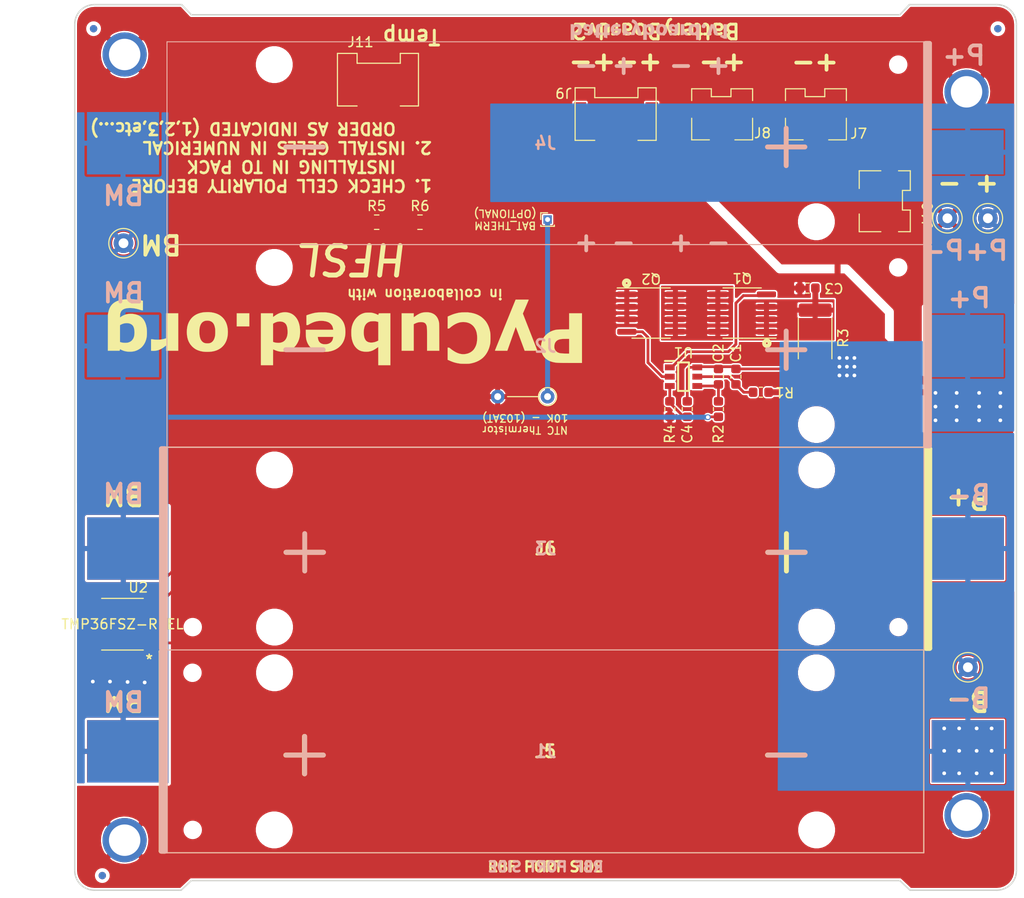
<source format=kicad_pcb>
(kicad_pcb (version 20171130) (host pcbnew "(5.1.9-0-10_14)")
  (layers (0 F.Cu signal) (31 B.Cu signal) (34 B.Paste user hide) (35 F.Paste user hide) (36 B.SilkS user hide) (37 F.SilkS user) (38 B.Mask user hide) (39 F.Mask user hide) (44 Edge.Cuts user))
  (net 0 "")
  (net 1 /VDD)
  (net 2 B-)
  (net 3 "Net-(C2-Pad2)")
  (net 4 PACK-)
  (net 5 BM)
  (net 6 PACK+)
  (net 7 "Net-(Q1-Pad5)")
  (net 8 "Net-(Q1-Pad4)")
  (net 9 "Net-(Q2-Pad4)")
  (net 10 "Net-(C3-Pad1)")
  (net 11 "Net-(C4-Pad2)")
  (net 12 BAT_THERM)
  (net 13 "Net-(J10-Pad2)")
  (net 14 "Net-(J11-Pad1)")
  (net 15 "Net-(J11-Pad2)")
  (net 16 "Net-(J11-Pad3)")
  (net 17 "Net-(J11-Pad4)")
  (net 18 "Net-(U2-Pad2)")
  (net 19 "Net-(U2-Pad3)")
  (net 20 "Net-(U2-Pad6)")
  (net 21 "Net-(U2-Pad7)")
  (net 22 "Net-(R5-Pad1)")
  (net 23 GND)
  (module Resistor_SMD:R_0805_2012Metric (layer F.Cu) (at 88.355001 75.965001)
    (fp_text reference R6 (at 0 -1.65) (layer F.SilkS))
    (fp_text value 10k)
    (pad 2 smd roundrect (at 0.9125 0) (size 1.025 1.4) (layers F.Cu F.Paste F.Mask) (roundrect_rratio 0.243902) (net 23 GND))
    (pad 1 smd roundrect (at -0.9125 0) (size 1.025 1.4) (layers F.Cu F.Paste F.Mask) (roundrect_rratio 0.243902) (net 15 "Net-(J11-Pad2)"))
  )
  (module Resistor_SMD:R_0805_2012Metric (layer F.Cu) (at 83.945001 75.965001)
    (fp_text reference R5 (at 0 -1.65) (layer F.SilkS))
    (fp_text value 27k)
    (pad 2 smd roundrect (at 0.9125 0) (size 1.025 1.4) (layers F.Cu F.Paste F.Mask) (roundrect_rratio 0.243902) (net 15 "Net-(J11-Pad2)"))
    (pad 1 smd roundrect (at -0.9125 0) (size 1.025 1.4) (layers F.Cu F.Paste F.Mask) (roundrect_rratio 0.243902) (net 22 "Net-(R5-Pad1)"))
  )
  (module custom-footprints:KEYSTONE-1042 (layer B.Cu) (at 101.1174 88.5698)
    (fp_text reference J2 (at 0 0) (layer B.SilkS) (effects (font (size 1.27 1.27) (thickness 0.254)) (justify mirror)))
    (fp_text value KEYSTONE-1042 hide)
    (fp_text user - (at -24.525 0) (layer B.SilkS) (effects (font (size 5 5) (thickness 0.5)) (justify mirror)))
    (fp_text user + (at 24.525 0) (layer B.SilkS) (effects (font (size 5 5) (thickness 0.5)) (justify mirror)))
    (pad 5 np_thru_hole circle (at 35.93 -8) (size 1.57 0) (drill 1.57) (layers *.Cu *.Mask))
    (pad 4 np_thru_hole circle (at 27.6 8) (size 3.45 0) (drill 3.45) (layers *.Cu *.Mask))
    (pad 3 np_thru_hole circle (at -27.6 -8) (size 3.45 0) (drill 3.45) (layers *.Cu *.Mask))
    (pad 2 smd rect (at 43 0 270) (size 6.35 7.34) (layers B.Cu B.Paste B.Mask) (net 6 PACK+))
    (pad 1 smd rect (at -43 0 270) (size 6.35 7.34) (layers B.Cu B.Paste B.Mask) (net 5 BM))
  )
  (module custom-footprints:KEYSTONE-1042 (layer B.Cu) (at 101.1174 67.9196)
    (fp_text reference J4 (at 0 0) (layer B.SilkS) (effects (font (size 1.27 1.27) (thickness 0.254)) (justify mirror)))
    (fp_text value KEYSTONE-1042 hide)
    (fp_text user - (at -24.525 0) (layer B.SilkS) (effects (font (size 5 5) (thickness 0.5)) (justify mirror)))
    (fp_text user + (at 24.525 0) (layer B.SilkS) (effects (font (size 5 5) (thickness 0.5)) (justify mirror)))
    (pad 5 np_thru_hole circle (at 35.93 -8) (size 1.57 0) (drill 1.57) (layers *.Cu *.Mask))
    (pad 4 np_thru_hole circle (at 27.6 8) (size 3.45 0) (drill 3.45) (layers *.Cu *.Mask))
    (pad 3 np_thru_hole circle (at -27.6 -8) (size 3.45 0) (drill 3.45) (layers *.Cu *.Mask))
    (pad 2 smd rect (at 43 0.925 270) (size 4.5 7.34) (layers B.Cu B.Paste B.Mask) (net 6 PACK+))
    (pad 1 smd rect (at -43 0 270) (size 6.35 7.34) (layers B.Cu B.Paste B.Mask) (net 5 BM))
  )
  (module custom-footprints:battery_version (layer B.Cu) (at 111.3536 56.4134)
    (fp_text reference Ref** hide)
    (fp_text value Val** hide)
  )
  (module custom-footprints:MountingHole_3.2mm_M3_DIN965_PadMOD (layer F.Cu) (at 144.0053 62.6899)
    (fp_text reference H3 hide)
    (fp_text value MountingHole_Pad)
    (pad 1 thru_hole circle (at 0 0) (size 4.5 4.5) (drill 3.2) (layers F.Cu F.Mask) (net 4 PACK-))
  )
  (module custom-footprints:MountingHole_3.2mm_M3_DIN965_PadMOD (layer F.Cu) (at 144.0053 136.3499)
    (fp_text reference H4 hide)
    (fp_text value MountingHole_Pad)
    (pad 1 thru_hole circle (at 0 0) (size 4.5 4.5) (drill 3.2) (layers *.Cu *.Mask) (net 4 PACK-))
  )
  (module custom-footprints:MountingHole_3.2mm_M3_DIN965_PadMOD (layer F.Cu) (at 58.2803 58.8899)
    (fp_text reference H2 hide)
    (fp_text value MountingHole_Pad)
    (pad 1 thru_hole circle (at 0 0) (size 4.5 4.5) (drill 3.2) (layers *.Cu *.Mask) (net 4 PACK-))
  )
  (module custom-footprints:MountingHole_3.2mm_M3_DIN965_PadMOD (layer F.Cu) (at 58.2803 138.8899)
    (fp_text reference H1 hide)
    (fp_text value MountingHole_Pad)
    (pad 1 thru_hole circle (at 0 0) (size 4.5 4.5) (drill 3.2) (layers *.Cu *.Mask) (net 4 PACK-))
  )
  (module custom-footprints:pycubed_logo (layer F.Cu) (at 83.29676 86.9188 180)
    (fp_text reference Ref** hide)
    (fp_text value Val** hide)
  )
  (module custom-footprints:KEYSTONE-1042 (layer F.Cu) (at 101.1428 109.1946)
    (fp_text reference J6 (at 0 0) (layer F.SilkS) (effects (font (size 1.27 1.27) (thickness 0.254))))
    (fp_text value KEYSTONE-1042 hide)
    (fp_text user - (at -24.525 0) (layer F.SilkS) (effects (font (size 5 5) (thickness 0.5))))
    (fp_text user + (at 24.525 0) (layer F.SilkS) (effects (font (size 5 5) (thickness 0.5))))
    (pad 5 np_thru_hole circle (at 35.93 8) (size 1.57 0) (drill 1.57) (layers *.Cu *.Mask))
    (pad 4 np_thru_hole circle (at 27.6 -8) (size 3.45 0) (drill 3.45) (layers *.Cu *.Mask))
    (pad 3 np_thru_hole circle (at -27.6 8) (size 3.45 0) (drill 3.45) (layers *.Cu *.Mask))
    (pad 2 smd rect (at 43 0 90) (size 6.35 7.34) (layers F.Cu F.Paste F.Mask) (net 6 PACK+))
    (pad 1 smd rect (at -43 0 90) (size 6.35 7.34) (layers F.Cu F.Paste F.Mask) (net 5 BM))
  )
  (module custom-footprints:KEYSTONE-1042 (layer F.Cu) (at 101.1174 129.8448 180)
    (fp_text reference J5 (at 0 0) (layer F.SilkS) (effects (font (size 1.27 1.27) (thickness 0.254))))
    (fp_text value KEYSTONE-1042 hide)
    (fp_text user - (at -24.525 0) (layer F.SilkS) (effects (font (size 5 5) (thickness 0.5))))
    (fp_text user + (at 24.525 0) (layer F.SilkS) (effects (font (size 5 5) (thickness 0.5))))
    (pad 5 np_thru_hole circle (at 35.93 8 180) (size 1.57 0) (drill 1.57) (layers *.Cu *.Mask))
    (pad 4 np_thru_hole circle (at 27.6 -8 180) (size 3.45 0) (drill 3.45) (layers *.Cu *.Mask))
    (pad 3 np_thru_hole circle (at -27.6 8 180) (size 3.45 0) (drill 3.45) (layers *.Cu *.Mask))
    (pad 2 smd rect (at 43 0 270) (size 6.35 7.34) (layers F.Cu F.Paste F.Mask) (net 5 BM))
    (pad 1 smd rect (at -43 0 270) (size 6.35 7.34) (layers F.Cu F.Paste F.Mask) (net 2 B-))
  )
  (module custom-footprints:KEYSTONE-1042 (layer B.Cu) (at 101.1428 109.1946 180)
    (fp_text reference J3 (at 0 0) (layer B.SilkS) (effects (font (size 1.27 1.27) (thickness 0.254)) (justify mirror)))
    (fp_text value KEYSTONE-1042 hide)
    (fp_text user - (at -24.525 0) (layer B.SilkS) (effects (font (size 5 5) (thickness 0.5)) (justify mirror)))
    (fp_text user + (at 24.525 0) (layer B.SilkS) (effects (font (size 5 5) (thickness 0.5)) (justify mirror)))
    (pad 5 np_thru_hole circle (at 35.93 -8 180) (size 1.57 0) (drill 1.57) (layers *.Cu *.Mask))
    (pad 4 np_thru_hole circle (at 27.6 8 180) (size 3.45 0) (drill 3.45) (layers *.Cu *.Mask))
    (pad 3 np_thru_hole circle (at -27.6 -8 180) (size 3.45 0) (drill 3.45) (layers *.Cu *.Mask))
    (pad 2 smd rect (at 43 0 90) (size 6.35 7.34) (layers B.Cu B.Paste B.Mask) (net 5 BM))
    (pad 1 smd rect (at -43 0 90) (size 6.35 7.34) (layers B.Cu B.Paste B.Mask) (net 2 B-))
  )
  (module custom-footprints:KEYSTONE-1042 (layer B.Cu) (at 101.1428 129.8448 180)
    (fp_text reference J1 (at 0 0) (layer B.SilkS) (effects (font (size 1.27 1.27) (thickness 0.254)) (justify mirror)))
    (fp_text value KEYSTONE-1042 hide)
    (fp_text user - (at -24.525 0) (layer B.SilkS) (effects (font (size 5 5) (thickness 0.5)) (justify mirror)))
    (fp_text user + (at 24.525 0) (layer B.SilkS) (effects (font (size 5 5) (thickness 0.5)) (justify mirror)))
    (pad 5 np_thru_hole circle (at 35.93 -8 180) (size 1.57 0) (drill 1.57) (layers *.Cu *.Mask))
    (pad 4 np_thru_hole circle (at 27.6 8 180) (size 3.45 0) (drill 3.45) (layers *.Cu *.Mask))
    (pad 3 np_thru_hole circle (at -27.6 -8 180) (size 3.45 0) (drill 3.45) (layers *.Cu *.Mask))
    (pad 2 smd rect (at 43 0 90) (size 6.35 7.34) (layers B.Cu B.Paste B.Mask) (net 5 BM))
    (pad 1 smd rect (at -43 0 90) (size 6.35 7.34) (layers B.Cu B.Paste B.Mask) (net 2 B-))
  )
  (module Fiducial:Fiducial_0.75mm_Mask1.5mm (layer F.Cu) (at 147.193 56.261)
    (fp_text reference REF** hide)
    (fp_text value Fiducial_0.75mm_Mask1.5mm)
    (pad "" smd circle (at 0 0) (size 0.75 0.75) (layers F.Cu F.Mask) (clearance 0.375))
  )
  (module Fiducial:Fiducial_0.75mm_Mask1.5mm (layer B.Cu) (at 147.193 56.261)
    (fp_text reference REF** hide)
    (fp_text value Fiducial_0.75mm_Mask1.5mm)
    (pad "" smd circle (at 0 0) (size 0.75 0.75) (layers B.Cu B.Mask) (clearance 0.375))
  )
  (module Fiducial:Fiducial_0.75mm_Mask1.5mm (layer F.Cu) (at 55.118 56.261)
    (fp_text reference REF** hide)
    (fp_text value Fiducial_0.75mm_Mask1.5mm)
    (pad "" smd circle (at 0 0) (size 0.75 0.75) (layers F.Cu F.Mask) (clearance 0.375))
  )
  (module Fiducial:Fiducial_0.75mm_Mask1.5mm (layer B.Cu) (at 55.118 56.261)
    (fp_text reference REF** hide)
    (fp_text value Fiducial_0.75mm_Mask1.5mm)
    (pad "" smd circle (at 0 0) (size 0.75 0.75) (layers B.Cu B.Mask) (clearance 0.375))
  )
  (module Fiducial:Fiducial_0.75mm_Mask1.5mm (layer B.Cu) (at 56.007 142.494)
    (fp_text reference REF** hide)
    (fp_text value Fiducial_0.75mm_Mask1.5mm)
    (pad "" smd circle (at 0 0) (size 0.75 0.75) (layers B.Cu B.Mask) (clearance 0.375))
  )
  (module Fiducial:Fiducial_0.75mm_Mask1.5mm (layer F.Cu) (at 56.007 142.494)
    (fp_text reference REF** hide)
    (fp_text value Fiducial_0.75mm_Mask1.5mm)
    (pad "" smd circle (at 0 0) (size 0.75 0.75) (layers F.Cu F.Mask) (clearance 0.375))
  )
  (module Resistor_THT:R_Axial_DIN0204_L3.6mm_D1.6mm_P5.08mm_Vertical (layer F.Cu) (at 101.346 93.726 180)
    (fp_text reference TH1 hide)
    (fp_text value Thermistor)
    (pad 2 thru_hole oval (at 5.08 0 180) (size 1.4 1.4) (drill 0.7) (layers *.Cu *.Mask) (net 4 PACK-))
    (pad 1 thru_hole circle (at 0 0 180) (size 1.4 1.4) (drill 0.7) (layers *.Cu *.Mask) (net 12 BAT_THERM))
  )
  (module Connector_PinHeader_1.00mm:PinHeader_1x01_P1.00mm_Vertical (layer F.Cu) (at 101.346 75.692)
    (fp_text reference J12 hide)
    (fp_text value Screw_Terminal_01x01)
    (pad 1 thru_hole rect (at 0 0) (size 0.85 0.85) (drill 0.5) (layers *.Cu *.Mask) (net 12 BAT_THERM))
  )
  (module TestPoint:TestPoint_Loop_D1.80mm_Drill1.0mm_Beaded (layer F.Cu) (at 146.177 75.565)
    (fp_text reference TP4 hide)
    (fp_text value TestPoint)
    (pad 1 thru_hole circle (at 0 0) (size 2 2) (drill 1) (layers *.Cu *.Mask) (net 6 PACK+))
  )
  (module TestPoint:TestPoint_Loop_D1.80mm_Drill1.0mm_Beaded (layer F.Cu) (at 142.0622 75.565)
    (fp_text reference TP3 hide)
    (fp_text value TestPoint)
    (pad 1 thru_hole circle (at 0 0) (size 2 2) (drill 1) (layers *.Cu *.Mask) (net 4 PACK-))
  )
  (module TestPoint:TestPoint_Loop_D1.80mm_Drill1.0mm_Beaded (layer F.Cu) (at 58.166 78.105)
    (fp_text reference TP2 hide)
    (fp_text value TestPoint)
    (pad 1 thru_hole circle (at 0 0) (size 2 2) (drill 1) (layers *.Cu *.Mask) (net 5 BM))
  )
  (module TestPoint:TestPoint_Loop_D1.80mm_Drill1.0mm_Beaded (layer F.Cu) (at 144.145 121.285)
    (fp_text reference TP1 hide)
    (fp_text value TestPoint)
    (pad 1 thru_hole circle (at 0 0) (size 2 2) (drill 1) (layers *.Cu *.Mask) (net 2 B-))
  )
  (module Capacitor_SMD:C_0603_1608Metric (layer F.Cu) (at 127.8255 82.677 180)
    (fp_text reference C3 (at -2.667 0 180 unlocked) (layer F.SilkS))
    (fp_text value 0.1uF)
    (pad 2 smd roundrect (at 0.7875 0 180) (size 0.875 0.95) (layers F.Cu F.Paste F.Mask) (net 4 PACK-))
    (pad 1 smd roundrect (at -0.7875 0 180) (size 0.875 0.95) (layers F.Cu F.Paste F.Mask) (net 10 "Net-(C3-Pad1)"))
  )
  (module Resistor_SMD:R_0603_1608Metric (layer F.Cu) (at 113.792 94.996 270)
    (fp_text reference R4 (at 2.54 0 90) (layer F.SilkS))
    (fp_text value 1K)
    (pad 2 smd roundrect (at 0.7875 0 270) (size 0.875 0.95) (layers F.Cu F.Paste F.Mask) (net 4 PACK-))
    (pad 1 smd roundrect (at -0.7875 0 270) (size 0.875 0.95) (layers F.Cu F.Paste F.Mask) (net 11 "Net-(C4-Pad2)"))
  )
  (module Resistor_SMD:R_0603_1608Metric (layer F.Cu) (at 118.745 94.996 90)
    (fp_text reference R2 (at -2.54 0 90) (layer F.SilkS))
    (fp_text value 330)
    (pad 2 smd roundrect (at 0.7875 0 90) (size 0.875 0.95) (layers F.Cu F.Paste F.Mask) (net 3 "Net-(C2-Pad2)"))
    (pad 1 smd roundrect (at -0.7875 0 90) (size 0.875 0.95) (layers F.Cu F.Paste F.Mask) (net 5 BM))
  )
  (module Resistor_SMD:R_0603_1608Metric (layer F.Cu) (at 123.063 93.2815 180)
    (fp_text reference R1 (at -2.413 0 180 unlocked) (layer F.SilkS))
    (fp_text value 330)
    (pad 2 smd roundrect (at 0.7875 0 180) (size 0.875 0.95) (layers F.Cu F.Paste F.Mask) (net 1 /VDD))
    (pad 1 smd roundrect (at -0.7875 0 180) (size 0.875 0.95) (layers F.Cu F.Paste F.Mask) (net 6 PACK+))
  )
  (module Resistor_SMD:R_2512_6332Metric (layer F.Cu) (at 128.5875 87.8205 90)
    (fp_text reference R3 (at 0.0635 2.8575 90) (layer F.SilkS))
    (fp_text value 0.01)
    (pad 2 smd roundrect (at 2.9 0 90) (size 1.35 3.35) (layers F.Cu F.Paste F.Mask) (roundrect_rratio 0.185185) (net 10 "Net-(C3-Pad1)"))
    (pad 1 smd roundrect (at -2.9 0 90) (size 1.35 3.35) (layers F.Cu F.Paste F.Mask) (roundrect_rratio 0.185185) (net 2 B-))
  )
  (module Package_SO:SOIC-8_3.9x4.9mm_P1.27mm (layer F.Cu) (at 111.887 85.217)
    (fp_text reference Q2 (at 0 -3.4925 180 unlocked) (layer F.SilkS))
    (fp_text value IRF7458)
    (pad 8 smd roundrect (at 2.475 -1.905) (size 1.95 0.6) (layers F.Cu F.Paste F.Mask) (net 7 "Net-(Q1-Pad5)"))
    (pad 7 smd roundrect (at 2.475 -0.635) (size 1.95 0.6) (layers F.Cu F.Paste F.Mask) (net 7 "Net-(Q1-Pad5)"))
    (pad 6 smd roundrect (at 2.475 0.635) (size 1.95 0.6) (layers F.Cu F.Paste F.Mask) (net 7 "Net-(Q1-Pad5)"))
    (pad 5 smd roundrect (at 2.475 1.905) (size 1.95 0.6) (layers F.Cu F.Paste F.Mask) (net 7 "Net-(Q1-Pad5)"))
    (pad 4 smd roundrect (at -2.475 1.905) (size 1.95 0.6) (layers F.Cu F.Paste F.Mask) (net 9 "Net-(Q2-Pad4)"))
    (pad 3 smd roundrect (at -2.475 0.635) (size 1.95 0.6) (layers F.Cu F.Paste F.Mask) (net 4 PACK-))
    (pad 2 smd roundrect (at -2.475 -0.635) (size 1.95 0.6) (layers F.Cu F.Paste F.Mask) (net 4 PACK-))
    (pad 1 smd roundrect (at -2.475 -1.905) (size 1.95 0.6) (layers F.Cu F.Paste F.Mask) (net 4 PACK-))
  )
  (module Package_SO:SOIC-8_3.9x4.9mm_P1.27mm (layer F.Cu) (at 121.158 85.217 180)
    (fp_text reference Q1 (at 0 3.556 180 unlocked) (layer F.SilkS))
    (fp_text value IRF7458)
    (pad 8 smd roundrect (at 2.475 -1.905 180) (size 1.95 0.6) (layers F.Cu F.Paste F.Mask) (net 7 "Net-(Q1-Pad5)"))
    (pad 7 smd roundrect (at 2.475 -0.635 180) (size 1.95 0.6) (layers F.Cu F.Paste F.Mask) (net 7 "Net-(Q1-Pad5)"))
    (pad 6 smd roundrect (at 2.475 0.635 180) (size 1.95 0.6) (layers F.Cu F.Paste F.Mask) (net 7 "Net-(Q1-Pad5)"))
    (pad 5 smd roundrect (at 2.475 1.905 180) (size 1.95 0.6) (layers F.Cu F.Paste F.Mask) (net 7 "Net-(Q1-Pad5)"))
    (pad 4 smd roundrect (at -2.475 1.905 180) (size 1.95 0.6) (layers F.Cu F.Paste F.Mask) (net 8 "Net-(Q1-Pad4)"))
    (pad 3 smd roundrect (at -2.475 0.635 180) (size 1.95 0.6) (layers F.Cu F.Paste F.Mask) (net 10 "Net-(C3-Pad1)"))
    (pad 2 smd roundrect (at -2.475 -0.635 180) (size 1.95 0.6) (layers F.Cu F.Paste F.Mask) (net 10 "Net-(C3-Pad1)"))
    (pad 1 smd roundrect (at -2.475 -1.905 180) (size 1.95 0.6) (layers F.Cu F.Paste F.Mask) (net 10 "Net-(C3-Pad1)"))
  )
  (module Capacitor_SMD:C_0603_1608Metric (layer F.Cu) (at 115.57 94.996 270)
    (fp_text reference C4 (at 2.54 0 90) (layer F.SilkS))
    (fp_text value 0.1uF)
    (pad 2 smd roundrect (at 0.7875 0 270) (size 0.875 0.95) (layers F.Cu F.Paste F.Mask) (net 11 "Net-(C4-Pad2)"))
    (pad 1 smd roundrect (at -0.7875 0 270) (size 0.875 0.95) (layers F.Cu F.Paste F.Mask) (net 2 B-))
  )
  (module Capacitor_SMD:C_0603_1608Metric (layer F.Cu) (at 118.745 91.694 270)
    (fp_text reference C2 (at -2.413 0 90) (layer F.SilkS))
    (fp_text value 0.1uF)
    (pad 2 smd roundrect (at 0.7875 0 270) (size 0.875 0.95) (layers F.Cu F.Paste F.Mask) (net 3 "Net-(C2-Pad2)"))
    (pad 1 smd roundrect (at -0.7875 0 270) (size 0.875 0.95) (layers F.Cu F.Paste F.Mask) (net 2 B-))
  )
  (module Capacitor_SMD:C_0603_1608Metric (layer F.Cu) (at 120.523 91.694 270)
    (fp_text reference C1 (at -2.413 0 90) (layer F.SilkS))
    (fp_text value 0.1uF)
    (pad 2 smd roundrect (at 0.7875 0 270) (size 0.875 0.95) (layers F.Cu F.Paste F.Mask) (net 1 /VDD))
    (pad 1 smd roundrect (at -0.7875 0 270) (size 0.875 0.95) (layers F.Cu F.Paste F.Mask) (net 2 B-))
  )
  (module custom-footprints:SOT95P280X130-6N (layer F.Cu) (at 115.189 91.694)
    (fp_text reference U1 (at 0 -2.4765 180 unlocked) (layer F.SilkS))
    (fp_text value R5460N233AF hide)
    (pad 6 smd rect (at 1.4 -0.95 90) (size 0.6 1) (layers F.Cu F.Paste F.Mask) (net 2 B-))
    (pad 5 smd rect (at 1.4 0 90) (size 0.6 1) (layers F.Cu F.Paste F.Mask) (net 1 /VDD))
    (pad 4 smd rect (at 1.4 0.95 90) (size 0.6 1) (layers F.Cu F.Paste F.Mask) (net 3 "Net-(C2-Pad2)"))
    (pad 3 smd rect (at -1.4 0.95 90) (size 0.6 1) (layers F.Cu F.Paste F.Mask) (net 11 "Net-(C4-Pad2)"))
    (pad 2 smd rect (at -1.4 0 90) (size 0.6 1) (layers F.Cu F.Paste F.Mask) (net 9 "Net-(Q2-Pad4)"))
    (pad 1 smd rect (at -1.4 -0.95 90) (size 0.6 1) (layers F.Cu F.Paste F.Mask) (net 8 "Net-(Q1-Pad4)"))
  )
  (module Molex:Molex_Pico-Lock_503763-0291_1x02-1MP_P1.00m_Horizontal (layer F.Cu) (at 125.77 62.58)
    (fp_text reference J7 (at 7.25 4.37 unlocked) (layer F.SilkS))
    (fp_text value Conn_01x02_Female)
    (pad GND smd rect (at 0.25 1.87 180) (size 1.26 1.3) (layers F.Cu F.Paste F.Mask))
    (pad 2 smd rect (at 2.4 4.8 180) (size 0.55 1) (layers F.Cu F.Paste F.Mask) (net 4 PACK-))
    (pad GND smd rect (at 5.55 1.87 180) (size 1.26 1.3) (layers F.Cu F.Paste F.Mask))
    (pad 1 smd rect (at 3.4 4.8 180) (size 0.55 1) (layers F.Cu F.Paste F.Mask) (net 13 "Net-(J10-Pad2)"))
  )
  (module Molex:Molex_Pico-Lock_503763-0291_1x02-1MP_P1.00m_Horizontal (layer F.Cu) (at 116.22 62.58)
    (fp_text reference J8 (at 7.01 4.32 unlocked) (layer F.SilkS))
    (fp_text value Conn_01x02_Female)
    (pad 1 smd rect (at 3.4 4.8 180) (size 0.55 1) (layers F.Cu F.Paste F.Mask) (net 13 "Net-(J10-Pad2)"))
    (pad GND smd rect (at 5.55 1.87 180) (size 1.26 1.3) (layers F.Cu F.Paste F.Mask))
    (pad 2 smd rect (at 2.4 4.8 180) (size 0.55 1) (layers F.Cu F.Paste F.Mask) (net 4 PACK-))
    (pad GND smd rect (at 0.25 1.87 180) (size 1.26 1.3) (layers F.Cu F.Paste F.Mask))
  )
  (module Molex:Molex_Pico-Lock_503763-0491_1x04-1MP_P1.00mm_Horizontal (layer F.Cu) (at 104.4 62.530001)
    (fp_text reference J9 (at -1.41 0.269999 180 unlocked) (layer F.SilkS))
    (fp_text value Conn_01x04_Female)
    (pad GND smd rect (at 7.55 1.87 180) (size 1.26 1.3) (layers F.Cu F.Paste F.Mask))
    (pad 1 smd rect (at 5.4 4.85 180) (size 0.55 1) (layers F.Cu F.Paste F.Mask) (net 13 "Net-(J10-Pad2)"))
    (pad GND smd rect (at 0.25 1.87 180) (size 1.26 1.3) (layers F.Cu F.Paste F.Mask))
    (pad 2 smd rect (at 4.4 4.85 180) (size 0.55 1) (layers F.Cu F.Paste F.Mask) (net 4 PACK-))
    (pad 3 smd rect (at 3.4 4.85 180) (size 0.55 1) (layers F.Cu F.Paste F.Mask) (net 13 "Net-(J10-Pad2)"))
    (pad 4 smd rect (at 2.4 4.85 180) (size 0.55 1) (layers F.Cu F.Paste F.Mask) (net 4 PACK-))
  )
  (module Molex:Molex_Pico-Lock_503763-0291_1x02-1MP_P1.00m_Horizontal (layer F.Cu) (at 138.08 70.93 270)
    (fp_text reference J10 (at 4.28 -1.97 90) (layer F.SilkS))
    (fp_text value Conn_01x02_Female)
    (pad GND smd rect (at 0.25 1.87 90) (size 1.26 1.3) (layers F.Cu F.Paste F.Mask))
    (pad 2 smd rect (at 2.4 4.8 90) (size 0.55 1) (layers F.Cu F.Paste F.Mask) (net 13 "Net-(J10-Pad2)"))
    (pad GND smd rect (at 5.55 1.87 90) (size 1.26 1.3) (layers F.Cu F.Paste F.Mask))
    (pad 1 smd rect (at 3.4 4.8 90) (size 0.55 1) (layers F.Cu F.Paste F.Mask) (net 6 PACK+))
  )
  (module Molex:Molex_Pico-Lock_503763-0491_1x04-1MP_P1.00mm_Horizontal (layer F.Cu) (at 80.2 59.03)
    (fp_text reference J11 (at 2.1 -1.4) (layer F.SilkS))
    (fp_text value Conn_01x04_Female)
    (pad GND smd rect (at 7.55 1.87 180) (size 1.26 1.3) (layers F.Cu F.Paste F.Mask))
    (pad 1 smd rect (at 5.4 4.85 180) (size 0.55 1) (layers F.Cu F.Paste F.Mask) (net 14 "Net-(J11-Pad1)"))
    (pad GND smd rect (at 0.25 1.87 180) (size 1.26 1.3) (layers F.Cu F.Paste F.Mask))
    (pad 2 smd rect (at 4.4 4.85 180) (size 0.55 1) (layers F.Cu F.Paste F.Mask) (net 15 "Net-(J11-Pad2)"))
    (pad 3 smd rect (at 3.4 4.85 180) (size 0.55 1) (layers F.Cu F.Paste F.Mask) (net 16 "Net-(J11-Pad3)"))
    (pad 4 smd rect (at 2.4 4.85 180) (size 0.55 1) (layers F.Cu F.Paste F.Mask) (net 17 "Net-(J11-Pad4)"))
  )
  (module TMP36FSZ:TMP36FSZ-REEL (layer F.Cu) (at 58.06 116.9 180)
    (fp_text reference U2 (at -1.61 3.74) (layer F.SilkS))
    (fp_text value TMP36FSZ-REEL (at 0 0) (layer F.SilkS))
    (fp_text user * (at -2.7178 -3.6068) (layer F.SilkS))
    (fp_text user * (at -2.7178 -3.6068) (layer F.SilkS))
    (pad 1 smd rect (at -2.4638 -1.905 180) (size 1.9812 0.5588) (layers F.Cu F.Paste F.Mask) (net 22 "Net-(R5-Pad1)"))
    (pad 2 smd rect (at -2.4638 -0.635 180) (size 1.9812 0.5588) (layers F.Cu F.Paste F.Mask) (net 18 "Net-(U2-Pad2)"))
    (pad 3 smd rect (at -2.4638 0.635 180) (size 1.9812 0.5588) (layers F.Cu F.Paste F.Mask) (net 19 "Net-(U2-Pad3)"))
    (pad 4 smd rect (at -2.4638 1.905 180) (size 1.9812 0.5588) (layers F.Cu F.Paste F.Mask) (net 16 "Net-(J11-Pad3)"))
    (pad 5 smd rect (at 2.4638 1.905 180) (size 1.9812 0.5588) (layers F.Cu F.Paste F.Mask) (net 14 "Net-(J11-Pad1)"))
    (pad 6 smd rect (at 2.4638 0.635 180) (size 1.9812 0.5588) (layers F.Cu F.Paste F.Mask) (net 20 "Net-(U2-Pad6)"))
    (pad 7 smd rect (at 2.4638 -0.635 180) (size 1.9812 0.5588) (layers F.Cu F.Paste F.Mask) (net 21 "Net-(U2-Pad7)"))
    (pad 8 smd rect (at 2.4638 -1.905 180) (size 1.9812 0.5588) (layers F.Cu F.Paste F.Mask) (net 14 "Net-(J11-Pad1)"))
  )
  (gr_text "Temp \n" (at 86.92 57.1 180) (layer F.SilkS) (effects (font (size 1.5 1.5) (thickness 0.3))))
  (gr_text HFSL (at 81.53 79.71 180) (layer F.SilkS) (effects (font (size 3 3) (thickness 0.5) italic)))
  (gr_text "in collaboration with" (at 88.86 83.29 180) (layer F.SilkS) (effects (font (size 1 1) (thickness 0.2))))
  (gr_text BatteryBoardv2 (at 112.39 56.48 180) (layer F.SilkS) (effects (font (size 1.5 1.5) (thickness 0.3))))
  (gr_text -+ (at 128.57 59.58) (layer F.SilkS) (effects (font (size 1.905 1.905) (thickness 0.381))))
  (gr_circle (center 123.6726 88.2904) (end 123.7488 88.3158) (layer F.SilkS) (width 0.4))
  (gr_circle (center 109.3978 82.169) (end 109.474 82.1944) (layer F.SilkS) (width 0.4))
  (gr_text "- +" (at 144.16532 71.9201) (layer F.SilkS) (effects (font (size 1.905 1.905) (thickness 0.381))))
  (gr_text "1. CHECK CELL POLARITY BEFORE \n    INSTALLING IN TO PACK\n2. INSTALL CELLS IN NUMERICAL \n    ORDER AS INDICATED (1,2,3,etc...)" (at 89.69502 69.32676 180) (layer F.SilkS) (effects (font (size 1.2 1.2) (thickness 0.254)) (justify left)))
  (gr_text "RBF PORT SIDE" (at 101.1428 141.605) (layer B.SilkS) (effects (font (size 1.016 1.016) (thickness 0.254)) (justify mirror)))
  (gr_text "RBF PORT SIDE" (at 101.1428 141.605) (layer F.SilkS) (effects (font (size 1.016 1.016) (thickness 0.254))))
  (gr_line (start 64.0969 53.8099) (end 55.2003 53.8099) (layer Edge.Cuts) (width 0.15))
  (gr_line (start 147.0853 53.8099) (end 138.1887 53.8099) (layer Edge.Cuts) (width 0.15))
  (gr_line (start 137.2108 54.8452) (end 138.1887 53.8099) (layer Edge.Cuts) (width 0.15))
  (gr_line (start 137.2108 54.8452) (end 65.0748 54.8452) (layer Edge.Cuts) (width 0.15))
  (gr_line (start 65.0748 54.8452) (end 64.0969 53.8099) (layer Edge.Cuts) (width 0.15))
  (gr_line (start 147.0853 143.9799) (end 138.2461 143.9799) (layer Edge.Cuts) (width 0.15))
  (gr_line (start 64.0395 143.9799) (end 65.0748 143.002) (layer Edge.Cuts) (width 0.15))
  (gr_line (start 137.2108 143.002) (end 65.0748 143.002) (layer Edge.Cuts) (width 0.15))
  (gr_line (start 138.2461 143.9799) (end 137.2108 143.002) (layer Edge.Cuts) (width 0.15))
  (gr_text "BAT_THERM\n(OPTIONAL)" (at 97.028 75.692 180) (layer F.SilkS) (effects (font (size 0.762 0.762) (thickness 0.127))))
  (gr_text "NTC Thermistor\n10K - (103AT)" (at 99.06 96.52 180) (layer F.SilkS) (effects (font (size 0.762 0.762) (thickness 0.127))))
  (gr_text "- +" (at 107.188 77.978) (layer B.SilkS) (effects (font (size 1.905 1.905) (thickness 0.381)) (justify mirror)))
  (gr_text "- +" (at 116.84 77.978) (layer B.SilkS) (effects (font (size 1.905 1.905) (thickness 0.381)) (justify mirror)))
  (gr_text "- +" (at 116.84 60.198 180) (layer B.SilkS) (effects (font (size 1.905 1.905) (thickness 0.381)) (justify mirror)))
  (gr_text "- +" (at 107.188 60.198 180) (layer B.SilkS) (effects (font (size 1.905 1.905) (thickness 0.381)) (justify mirror)))
  (gr_text -+ (at 119.14 59.56) (layer F.SilkS) (effects (font (size 1.905 1.905) (thickness 0.381))))
  (gr_text -+-+ (at 108.26 59.56) (layer F.SilkS) (effects (font (size 1.905 1.905) (thickness 0.381))))
  (gr_text P+ (at 143.7386 59.0042) (layer B.SilkS) (effects (font (size 1.905 1.905) (thickness 0.381)) (justify mirror)))
  (gr_text P- (at 141.605 78.867) (layer B.SilkS) (effects (font (size 1.905 1.905) (thickness 0.381)) (justify mirror)))
  (gr_text BM (at 61.976 78.232 180) (layer F.SilkS) (effects (font (size 1.905 1.905) (thickness 0.381))))
  (gr_text P+ (at 146.05 78.867) (layer B.SilkS) (effects (font (size 1.905 1.905) (thickness 0.381)) (justify mirror)))
  (gr_text P+ (at 144.272 83.693) (layer B.SilkS) (effects (font (size 1.905 1.905) (thickness 0.381)) (justify mirror)))
  (gr_text B- (at 144.272 103.759) (layer B.SilkS) (effects (font (size 1.905 1.905) (thickness 0.381)) (justify mirror)))
  (gr_text B- (at 144.272 124.46) (layer B.SilkS) (effects (font (size 1.905 1.905) (thickness 0.381)) (justify mirror)))
  (gr_text BM (at 58.166 124.841) (layer B.SilkS) (effects (font (size 1.905 1.905) (thickness 0.381)) (justify mirror)))
  (gr_text BM (at 58.166 73.279) (layer B.SilkS) (effects (font (size 1.905 1.905) (thickness 0.381)) (justify mirror)))
  (gr_text BM (at 58.166 83.185) (layer B.SilkS) (effects (font (size 1.905 1.905) (thickness 0.381)) (justify mirror)))
  (gr_text BM (at 58.166 103.632) (layer B.SilkS) (effects (font (size 1.905 1.905) (thickness 0.381)) (justify mirror)))
  (gr_text P+ (at 144.145 104.14 180) (layer F.SilkS) (effects (font (size 1.905 1.905) (thickness 0.381))))
  (gr_text B- (at 144.145 124.714 180) (layer F.SilkS) (effects (font (size 1.905 1.905) (thickness 0.381))))
  (gr_text BM (at 58.166 124.714 180) (layer F.SilkS) (effects (font (size 1.905 1.905) (thickness 0.381))))
  (gr_text BM (at 58.166 103.759 180) (layer F.SilkS) (effects (font (size 1.905 1.905) (thickness 0.381))))
  (gr_line (start 55.2003 143.9799) (end 64.0395 143.9799) (layer Edge.Cuts) (width 0.15))
  (gr_arc (start 147.0853 141.9799) (end 147.0853 143.9799) (angle -90) (layer Edge.Cuts) (width 0.15))
  (gr_line (start 149.0853 141.9799) (end 149.0853 55.8099) (layer Edge.Cuts) (width 0.15))
  (gr_arc (start 147.0853 55.8099) (end 149.0853 55.8099) (angle -90) (layer Edge.Cuts) (width 0.15))
  (gr_arc (start 55.2003 55.8099) (end 55.2003 53.8099) (angle -90) (layer Edge.Cuts) (width 0.15))
  (gr_line (start 53.2003 55.8099) (end 53.2003 141.9799) (layer Edge.Cuts) (width 0.15))
  (gr_arc (start 55.2003 141.9799) (end 53.2003 141.9799) (angle -90) (layer Edge.Cuts) (width 0.15))
  (segment (start 120.523 92.456) (end 120.523 92.4815) (width 0.2794) (layer F.Cu) (net 1))
  (segment (start 116.589 91.694) (end 119.761 91.694) (width 0.2794) (layer F.Cu) (net 1))
  (segment (start 119.761 91.694) (end 120.523 92.456) (width 0.2794) (layer F.Cu) (net 1))
  (segment (start 121.323 93.2815) (end 120.523 92.4815) (width 0.2794) (layer F.Cu) (net 1))
  (segment (start 122.2755 93.2815) (end 121.323 93.2815) (width 0.2794) (layer F.Cu) (net 1))
  (via (at 146.558 127.508) (size 0.5842) (drill 0.381) (layers F.Cu B.Cu) (net 2))
  (via (at 145.034 127.508) (size 0.5842) (drill 0.381) (layers F.Cu B.Cu) (net 2))
  (via (at 143.256 127.508) (size 0.5842) (drill 0.381) (layers F.Cu B.Cu) (net 2))
  (via (at 141.732 127.508) (size 0.5842) (drill 0.381) (layers F.Cu B.Cu) (net 2))
  (via (at 143.256 129.794) (size 0.5842) (drill 0.381) (layers F.Cu B.Cu) (net 2))
  (via (at 146.558 129.794) (size 0.5842) (drill 0.381) (layers F.Cu B.Cu) (net 2))
  (via (at 145.034 129.794) (size 0.5842) (drill 0.381) (layers F.Cu B.Cu) (net 2))
  (via (at 141.732 129.794) (size 0.5842) (drill 0.381) (layers F.Cu B.Cu) (net 2))
  (via (at 146.558 132.08) (size 0.5842) (drill 0.381) (layers F.Cu B.Cu) (net 2))
  (via (at 141.732 132.08) (size 0.5842) (drill 0.381) (layers F.Cu B.Cu) (net 2))
  (via (at 143.256 132.08) (size 0.5842) (drill 0.381) (layers F.Cu B.Cu) (net 2))
  (via (at 145.034 132.08) (size 0.5842) (drill 0.381) (layers F.Cu B.Cu) (net 2))
  (segment (start 118.745 90.9065) (end 118.745 90.678) (width 0.2794) (layer F.Cu) (net 2))
  (segment (start 120.2945 90.678) (end 120.523 90.9065) (width 0.2794) (layer F.Cu) (net 2))
  (segment (start 118.745 90.678) (end 120.2945 90.678) (width 0.2794) (layer F.Cu) (net 2))
  (segment (start 116.655 90.678) (end 118.745 90.678) (width 0.2794) (layer F.Cu) (net 2))
  (segment (start 116.589 90.744) (end 116.655 90.678) (width 0.2794) (layer F.Cu) (net 2))
  (segment (start 115.8096 90.744) (end 116.589 90.744) (width 0.2794) (layer F.Cu) (net 2))
  (segment (start 115.57 90.9836) (end 115.8096 90.744) (width 0.2794) (layer F.Cu) (net 2))
  (segment (start 115.57 94.2085) (end 115.57 90.9836) (width 0.2794) (layer F.Cu) (net 2))
  (segment (start 128.4015 90.9065) (end 128.5875 90.7205) (width 0.2794) (layer F.Cu) (net 2))
  (segment (start 120.523 90.9065) (end 128.4015 90.9065) (width 0.2794) (layer F.Cu) (net 2))
  (via (at 131.064 89.789) (size 0.5842) (drill 0.381) (layers F.Cu B.Cu) (net 2))
  (via (at 131.826 89.789) (size 0.5842) (drill 0.381) (layers F.Cu B.Cu) (net 2))
  (via (at 132.588 89.789) (size 0.5842) (drill 0.381) (layers F.Cu B.Cu) (net 2))
  (via (at 131.826 90.678) (size 0.5842) (drill 0.381) (layers F.Cu B.Cu) (net 2))
  (via (at 132.588 90.678) (size 0.5842) (drill 0.381) (layers F.Cu B.Cu) (net 2))
  (via (at 131.064 90.678) (size 0.5842) (drill 0.381) (layers F.Cu B.Cu) (net 2))
  (via (at 131.826 91.567) (size 0.5842) (drill 0.381) (layers F.Cu B.Cu) (net 2))
  (via (at 131.064 91.567) (size 0.5842) (drill 0.381) (layers F.Cu B.Cu) (net 2))
  (via (at 132.588 91.567) (size 0.5842) (drill 0.381) (layers F.Cu B.Cu) (net 2))
  (segment (start 118.5825 92.644) (end 118.745 92.4815) (width 0.2794) (layer F.Cu) (net 3))
  (segment (start 116.589 92.644) (end 118.5825 92.644) (width 0.2794) (layer F.Cu) (net 3))
  (segment (start 118.745 92.4815) (end 118.745 94.2085) (width 0.2794) (layer F.Cu) (net 3))
  (via (at 60.32 122.83) (size 0.5842) (drill 0.381) (layers F.Cu B.Cu) (net 5))
  (via (at 58.58 122.78) (size 0.5842) (drill 0.381) (layers F.Cu B.Cu) (net 5))
  (via (at 55.04 122.74) (size 0.5842) (drill 0.381) (layers F.Cu B.Cu) (net 5))
  (via (at 56.79 122.74) (size 0.5842) (drill 0.381) (layers F.Cu B.Cu) (net 5))
  (segment (start 117.703498 95.7835) (end 117.665498 95.8215) (width 0.2794) (layer F.Cu) (net 5))
  (via (at 117.665498 95.8215) (size 0.5842) (drill 0.381) (layers F.Cu B.Cu) (net 5))
  (segment (start 118.745 95.7835) (end 117.703498 95.7835) (width 0.2794) (layer F.Cu) (net 5))
  (segment (start 117.665498 95.8215) (end 58.2295 95.8215) (width 0.508) (layer B.Cu) (net 5))
  (via (at 140.843 93.345) (size 0.5842) (drill 0.381) (layers F.Cu B.Cu) (net 6))
  (via (at 143.002 93.345) (size 0.5842) (drill 0.381) (layers F.Cu B.Cu) (net 6))
  (via (at 145.288 93.345) (size 0.5842) (drill 0.381) (layers F.Cu B.Cu) (net 6))
  (via (at 147.447 93.345) (size 0.5842) (drill 0.381) (layers F.Cu B.Cu) (net 6))
  (via (at 140.843 94.742) (size 0.5842) (drill 0.381) (layers F.Cu B.Cu) (net 6))
  (via (at 143.002 94.742) (size 0.5842) (drill 0.381) (layers F.Cu B.Cu) (net 6))
  (via (at 145.288 94.742) (size 0.5842) (drill 0.381) (layers F.Cu B.Cu) (net 6))
  (via (at 147.447 94.742) (size 0.5842) (drill 0.381) (layers F.Cu B.Cu) (net 6))
  (via (at 145.288 96.139) (size 0.5842) (drill 0.381) (layers F.Cu B.Cu) (net 6))
  (via (at 140.843 96.139) (size 0.5842) (drill 0.381) (layers F.Cu B.Cu) (net 6))
  (via (at 143.002 96.139) (size 0.5842) (drill 0.381) (layers F.Cu B.Cu) (net 6))
  (via (at 147.447 96.139) (size 0.5842) (drill 0.381) (layers F.Cu B.Cu) (net 6))
  (segment (start 140.7795 93.2815) (end 140.843 93.345) (width 0.6096) (layer F.Cu) (net 6))
  (segment (start 123.8505 93.2815) (end 140.7795 93.2815) (width 0.6096) (layer F.Cu) (net 6))
  (segment (start 130.874201 83.376201) (end 136.454 88.956) (width 0.6096) (layer F.Cu) (net 6))
  (segment (start 136.454 88.956) (end 140.843 93.345) (width 0.6096) (layer F.Cu) (net 6))
  (segment (start 136.15 88.652) (end 136.454 88.956) (width 0.6096) (layer F.Cu) (net 6))
  (segment (start 130.874201 76.735799) (end 133.28 74.33) (width 0.6096) (layer F.Cu) (net 6))
  (segment (start 130.874201 83.376201) (end 130.874201 76.735799) (width 0.6096) (layer F.Cu) (net 6))
  (segment (start 115.57 89.154) (end 113.98 90.744) (width 0.2794) (layer F.Cu) (net 8))
  (segment (start 123.506 83.439) (end 121.285 83.439) (width 0.2794) (layer F.Cu) (net 8))
  (segment (start 120.523 84.201) (end 120.523 88.392) (width 0.2794) (layer F.Cu) (net 8))
  (segment (start 113.98 90.744) (end 113.789 90.744) (width 0.2794) (layer F.Cu) (net 8))
  (segment (start 123.633 83.312) (end 123.506 83.439) (width 0.2794) (layer F.Cu) (net 8))
  (segment (start 121.285 83.439) (end 120.523 84.201) (width 0.2794) (layer F.Cu) (net 8))
  (segment (start 119.761 89.154) (end 115.57 89.154) (width 0.2794) (layer F.Cu) (net 8))
  (segment (start 120.523 88.392) (end 119.761 89.154) (width 0.2794) (layer F.Cu) (net 8))
  (segment (start 111.5695 90.2539) (end 111.5695 87.6935) (width 0.2794) (layer F.Cu) (net 9))
  (segment (start 110.998 87.122) (end 109.412 87.122) (width 0.2794) (layer F.Cu) (net 9))
  (segment (start 113.789 91.694) (end 113.0096 91.694) (width 0.2794) (layer F.Cu) (net 9))
  (segment (start 111.5695 87.6935) (end 110.998 87.122) (width 0.2794) (layer F.Cu) (net 9))
  (segment (start 113.0096 91.694) (end 111.5695 90.2539) (width 0.2794) (layer F.Cu) (net 9))
  (segment (start 128.613 84.895) (end 128.5875 84.9205) (width 0.6096) (layer F.Cu) (net 10))
  (segment (start 128.613 82.677) (end 128.613 84.895) (width 0.6096) (layer F.Cu) (net 10))
  (segment (start 113.789 94.2055) (end 113.792 94.2085) (width 0.2794) (layer F.Cu) (net 11))
  (segment (start 113.789 92.644) (end 113.789 94.2055) (width 0.2794) (layer F.Cu) (net 11))
  (segment (start 115.2145 95.7835) (end 115.57 95.7835) (width 0.2794) (layer F.Cu) (net 11))
  (segment (start 113.792 94.2085) (end 113.792 94.361) (width 0.2794) (layer F.Cu) (net 11))
  (segment (start 113.792 94.361) (end 115.2145 95.7835) (width 0.2794) (layer F.Cu) (net 11))
  (segment (start 101.346 76.625) (end 101.346 93.726) (width 0.508) (layer B.Cu) (net 12))
  (segment (start 101.346 75.692) (end 101.346 76.625) (width 0.508) (layer B.Cu) (net 12))
  (segment (start 119.62 68.4896) (end 119.62 67.38) (width 0.6096) (layer F.Cu) (net 13))
  (segment (start 119.62 67.38) (end 119.62 68.59) (width 0.6096) (layer F.Cu) (net 13))
  (segment (start 119.62 68.59) (end 120.79 69.76) (width 0.6096) (layer F.Cu) (net 13))
  (segment (start 129.17 67.932242) (end 129.17 67.38) (width 0.6096) (layer F.Cu) (net 13))
  (segment (start 127.342242 69.76) (end 129.17 67.932242) (width 0.6096) (layer F.Cu) (net 13))
  (segment (start 120.79 69.76) (end 127.342242 69.76) (width 0.6096) (layer F.Cu) (net 13))
  (segment (start 129.17 67.38) (end 130.874201 69.084201) (width 0.6096) (layer F.Cu) (net 13))
  (segment (start 117.9996 70.11) (end 119.62 68.4896) (width 0.6096) (layer F.Cu) (net 13))
  (segment (start 109.420399 70.11) (end 117.9996 70.11) (width 0.6096) (layer F.Cu) (net 13))
  (segment (start 107.8 67.380001) (end 107.8 68.489601) (width 0.6096) (layer F.Cu) (net 13))
  (segment (start 107.8 68.489601) (end 109.420399 70.11) (width 0.6096) (layer F.Cu) (net 13))
  (segment (start 107.8 67.380001) (end 107.8 66.2) (width 0.6096) (layer F.Cu) (net 13))
  (segment (start 107.8 66.2) (end 108.33 65.67) (width 0.6096) (layer F.Cu) (net 13))
  (segment (start 109.35 65.67) (end 109.8 66.12) (width 0.6096) (layer F.Cu) (net 13))
  (segment (start 109.8 66.12) (end 109.8 67.380001) (width 0.6096) (layer F.Cu) (net 13))
  (segment (start 108.33 65.67) (end 109.35 65.67) (width 0.6096) (layer F.Cu) (net 13))
  (segment (start 133.28 71.49) (end 130.874201 69.084201) (width 0.6096) (layer F.Cu) (net 13))
  (segment (start 133.28 73.33) (end 133.28 71.49) (width 0.6096) (layer F.Cu) (net 13))
  (segment (start 55.122996 118.805) (end 54.15 117.832004) (width 0.27178) (layer F.Cu) (net 14))
  (segment (start 55.5962 118.805) (end 55.122996 118.805) (width 0.27178) (layer F.Cu) (net 14))
  (segment (start 54.15 117.832004) (end 54.15 115.88) (width 0.27178) (layer F.Cu) (net 14))
  (segment (start 55.035 114.995) (end 55.5962 114.995) (width 0.27178) (layer F.Cu) (net 14))
  (segment (start 54.15 115.88) (end 55.035 114.995) (width 0.27178) (layer F.Cu) (net 14))
  (segment (start 55.5962 114.995) (end 57.525 114.995) (width 0.27178) (layer F.Cu) (net 14))
  (segment (start 57.525 114.995) (end 59.37 113.15) (width 0.27178) (layer F.Cu) (net 14))
  (segment (start 61.505604 113.15) (end 69.35 105.305604) (width 0.27178) (layer F.Cu) (net 14))
  (segment (start 59.37 113.15) (end 61.505604 113.15) (width 0.27178) (layer F.Cu) (net 14))
  (segment (start 69.35 105.305604) (end 69.35 68.56) (width 0.27178) (layer F.Cu) (net 14))
  (segment (start 69.35 68.56) (end 80.61 57.3) (width 0.27178) (layer F.Cu) (net 14))
  (segment (start 80.61 57.3) (end 82.6 57.3) (width 0.27178) (layer F.Cu) (net 14))
  (segment (start 82.6 57.3) (end 85.89 60.59) (width 0.27178) (layer F.Cu) (net 14))
  (segment (start 85.89 63.59) (end 85.6 63.88) (width 0.27178) (layer F.Cu) (net 14))
  (segment (start 85.89 60.59) (end 85.89 63.59) (width 0.27178) (layer F.Cu) (net 14))
  (segment (start 84.6 75.7075) (end 84.857501 75.965001) (width 0.27178) (layer F.Cu) (net 15))
  (segment (start 84.6 63.88) (end 84.6 75.7075) (width 0.27178) (layer F.Cu) (net 15))
  (segment (start 87.442501 75.965001) (end 84.857501 75.965001) (width 0.27178) (layer F.Cu) (net 15))
  (segment (start 60.5238 114.995) (end 61.685 114.995) (width 0.27178) (layer F.Cu) (net 16))
  (segment (start 61.685 114.995) (end 69.94 106.74) (width 0.27178) (layer F.Cu) (net 16))
  (segment (start 69.94 106.74) (end 69.94 76.21) (width 0.27178) (layer F.Cu) (net 16))
  (segment (start 69.94 76.21) (end 79.71 66.44) (width 0.27178) (layer F.Cu) (net 16))
  (segment (start 83.6 64.65178) (end 83.6 63.88) (width 0.27178) (layer F.Cu) (net 16))
  (segment (start 81.81178 66.44) (end 83.6 64.65178) (width 0.27178) (layer F.Cu) (net 16))
  (segment (start 79.71 66.44) (end 81.81178 66.44) (width 0.27178) (layer F.Cu) (net 16))
  (segment (start 83.032501 94.646979) (end 76.71 100.96948) (width 0.27178) (layer F.Cu) (net 22))
  (segment (start 83.032501 75.965001) (end 83.032501 94.646979) (width 0.27178) (layer F.Cu) (net 22))
  (segment (start 76.71 100.96948) (end 76.71 106.25) (width 0.27178) (layer F.Cu) (net 22))
  (segment (start 76.71 106.25) (end 67.33 115.63) (width 0.27178) (layer F.Cu) (net 22))
  (segment (start 67.33 115.63) (end 67.33 117.54) (width 0.27178) (layer F.Cu) (net 22))
  (segment (start 66.065 118.805) (end 60.5238 118.805) (width 0.27178) (layer F.Cu) (net 22))
  (segment (start 67.33 117.54) (end 66.065 118.805) (width 0.27178) (layer F.Cu) (net 22))
  (zone (net 5) (net_name BM) (layer B.Cu) (priority 3) (connect_pads (clearance 0.1524)) (min_thickness 0.1524) (fill yes (arc_segments 32) (thermal_gap 0.254) (thermal_bridge_width 0.508))
    (polygon (pts (xy 62.738 133.096) (xy 53.086 133.096) (xy 53.086 64.77) (xy 62.738 64.77)))
  )
  (zone (net 5) (net_name BM) (layer F.Cu) (priority 3) (connect_pads (clearance 0.254)) (min_thickness 0.1524) (fill yes (arc_segments 32) (thermal_gap 0.254) (thermal_bridge_width 0.508))
    (polygon (pts (xy 62.738 133.096) (xy 53.086 133.096) (xy 53.086 104.902) (xy 62.738 104.902)))
  )
  (zone (net 2) (net_name B-) (layer B.Cu) (priority 2) (connect_pads (clearance 0.1524)) (min_thickness 0.1524) (fill yes (arc_segments 32) (thermal_gap 0.254) (thermal_bridge_width 0.508))
    (polygon (pts (xy 149.098 133.858) (xy 124.7775 133.858) (xy 124.968 88.138) (xy 149.098 88.011)))
  )
  (zone (net 7) (net_name "Net-(Q1-Pad5)") (layer F.Cu) (priority 3) (connect_pads (clearance 0.1524)) (min_thickness 0.1524) (fill yes (arc_segments 32) (thermal_gap 0.127) (thermal_bridge_width 0.508))
    (polygon (pts (xy 120.269 88.011) (xy 112.903 88.011) (xy 112.903 82.423) (xy 120.269 82.423)))
  )
  (zone (net 10) (net_name "Net-(C3-Pad1)") (layer F.Cu) (priority 3) (connect_pads (clearance 0.1524)) (min_thickness 0.1524) (fill yes (arc_segments 32) (thermal_gap 0.127) (thermal_bridge_width 0.508))
    (polygon (pts (xy 130.556 83.82) (xy 130.556 88.011) (xy 120.523 88.011) (xy 120.523 83.82)))
  )
  (zone (net 6) (net_name PACK+) (layer B.Cu) (priority 3) (connect_pads (clearance 0.1524)) (min_thickness 0.1524) (fill yes (arc_segments 32) (thermal_gap 0.1524) (thermal_bridge_width 0.508))
    (polygon (pts (xy 149.092331 97.282) (xy 139.694331 97.282) (xy 139.694331 73.8632) (xy 95.504 73.914) (xy 95.504 63.881) (xy 149.092331 63.881)))
  )
  (zone (net 6) (net_name PACK+) (layer F.Cu) (priority 3) (connect_pads (clearance 0.254)) (min_thickness 0.1524) (fill yes (arc_segments 32) (thermal_gap 0.1524) (thermal_bridge_width 0.508))
    (polygon (pts (xy 149.098 113.286067) (xy 139.7 113.286067) (xy 139.7 84.584067) (xy 149.098 84.584067)))
  )
  (zone (net 4) (net_name PACK-) (layer F.Cu) (connect_pads (clearance 0.1524)) (min_thickness 0.1524) (fill yes (arc_segments 32) (thermal_gap 0.1524) (thermal_bridge_width 0.508))
    (polygon (pts (xy 149.86 144.78) (xy 53.34 144.78) (xy 53.34 53.34) (xy 149.86 53.34)))
  )
  (zone (net 2) (net_name B-) (layer F.Cu) (priority 2) (connect_pads (clearance 0.1524)) (min_thickness 0.1524) (fill yes (arc_segments 32) (thermal_gap 0.254) (thermal_bridge_width 0.508))
    (polygon (pts (xy 133.096 92.202) (xy 126.492 92.202) (xy 126.492 89.408) (xy 133.096 89.408)))
  )
)
</source>
